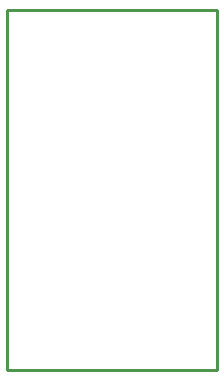
<source format=gbr>
G04 EAGLE Gerber RS-274X export*
G75*
%MOMM*%
%FSLAX34Y34*%
%LPD*%
%IN*%
%IPPOS*%
%AMOC8*
5,1,8,0,0,1.08239X$1,22.5*%
G01*
%ADD10C,0.254000*%


D10*
X0Y0D02*
X177800Y0D01*
X177800Y304800D01*
X0Y304800D01*
X0Y0D01*
M02*

</source>
